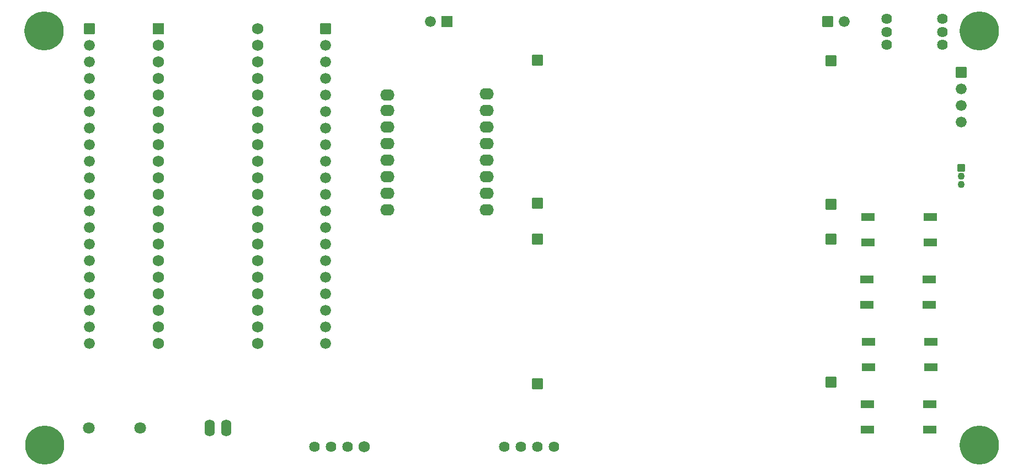
<source format=gts>
G04 Layer: TopSolderMaskLayer*
G04 EasyEDA v6.5.28, 2023-05-24 19:42:16*
G04 Gerber Generator version 0.2*
G04 Scale: 100 percent, Rotated: No, Reflected: No *
G04 Dimensions in millimeters *
G04 leading zeros omitted , absolute positions ,4 integer and 5 decimal *
%FSLAX45Y45*%
%MOMM*%

%AMMACRO1*1,1,$1,$2,$3*1,1,$1,$4,$5*1,1,$1,0-$2,0-$3*1,1,$1,0-$4,0-$5*20,1,$1,$2,$3,$4,$5,0*20,1,$1,$4,$5,0-$2,0-$3,0*20,1,$1,0-$2,0-$3,0-$4,0-$5,0*20,1,$1,0-$4,0-$5,$2,$3,0*4,1,4,$2,$3,$4,$5,0-$2,0-$3,0-$4,0-$5,$2,$3,0*%
%ADD10C,6.0000*%
%ADD11C,1.4000*%
%ADD12C,1.8016*%
%ADD13C,1.6764*%
%ADD14MACRO1,0.1016X0.7874X0.7874X0.7874X-0.7874*%
%ADD15R,1.6764X1.6764*%
%ADD16MACRO1,0.1016X-1X0.5X1X0.5*%
%ADD17O,1.6015970000000002X2.601595*%
%ADD18C,1.6256*%
%ADD19C,1.7272*%
%ADD20MACRO1,0.2032X0.762X0.762X0.762X-0.762*%
%ADD21O,2.2031959999999997X1.743202*%
%ADD22MACRO1,0.1016X0.5X0.5X0.5X-0.5*%
%ADD23C,1.1016*%

%LPD*%
D10*
G01*
X457200Y6350000D03*
D11*
G01*
X457200Y6579996D03*
G01*
X457200Y6120003D03*
G01*
X227203Y6350000D03*
G01*
X687196Y6350000D03*
G01*
X619912Y6512687D03*
G01*
X294512Y6187287D03*
G01*
X619912Y6187287D03*
G01*
X294512Y6512687D03*
D10*
G01*
X469900Y0D03*
D11*
G01*
X469900Y229996D03*
G01*
X469900Y-229996D03*
G01*
X239903Y0D03*
G01*
X699896Y0D03*
G01*
X632612Y162687D03*
G01*
X307212Y-162712D03*
G01*
X632612Y-162712D03*
G01*
X307212Y162687D03*
D10*
G01*
X14808200Y6350000D03*
D11*
G01*
X14808200Y6579996D03*
G01*
X14808200Y6120003D03*
G01*
X14578202Y6350000D03*
G01*
X15038197Y6350000D03*
G01*
X14970912Y6512687D03*
G01*
X14645513Y6187287D03*
G01*
X14970912Y6187287D03*
G01*
X14645513Y6512687D03*
D10*
G01*
X14808200Y0D03*
D11*
G01*
X14808200Y229996D03*
G01*
X14808200Y-229996D03*
G01*
X14578202Y0D03*
G01*
X15038197Y0D03*
G01*
X14970912Y162687D03*
G01*
X14645513Y-162712D03*
G01*
X14970912Y-162712D03*
G01*
X14645513Y162687D03*
D12*
G01*
X1147038Y266700D03*
G01*
X1937004Y266700D03*
D13*
G01*
X1155700Y1562100D03*
G01*
X1155700Y1816100D03*
G01*
X1155700Y2070100D03*
G01*
X1155700Y2324100D03*
G01*
X1155700Y2578100D03*
G01*
X1155700Y2832100D03*
G01*
X1155700Y3086100D03*
G01*
X1155700Y3340100D03*
G01*
X1155700Y3594100D03*
G01*
X1155700Y3848100D03*
G01*
X1155700Y4102100D03*
G01*
X1155700Y4356100D03*
G01*
X1155700Y4610100D03*
G01*
X1155700Y4864100D03*
G01*
X1155700Y5118100D03*
G01*
X1155700Y5372100D03*
G01*
X1155700Y5626100D03*
G01*
X1155700Y5880100D03*
G01*
X1155700Y6134100D03*
D14*
G01*
X1155700Y6388100D03*
D13*
G01*
X4775200Y1562100D03*
G01*
X4775200Y1816100D03*
G01*
X4775200Y2070100D03*
G01*
X4775200Y2324100D03*
G01*
X4775200Y2578100D03*
G01*
X4775200Y2832100D03*
G01*
X4775200Y3086100D03*
G01*
X4775200Y3340100D03*
G01*
X4775200Y3594100D03*
G01*
X4775200Y3848100D03*
G01*
X4775200Y4102100D03*
G01*
X4775200Y4356100D03*
G01*
X4775200Y4610100D03*
G01*
X4775200Y4864100D03*
G01*
X4775200Y5118100D03*
G01*
X4775200Y5372100D03*
G01*
X4775200Y5626100D03*
G01*
X4775200Y5880100D03*
G01*
X4775200Y6134100D03*
D14*
G01*
X4775200Y6388100D03*
G01*
X12484100Y6494780D03*
D13*
G01*
X12738100Y6494779D03*
D15*
G01*
X6642100Y6497320D03*
D13*
G01*
X6388100Y6497320D03*
D14*
G01*
X14528800Y5715000D03*
D13*
G01*
X14528800Y5461000D03*
G01*
X14528800Y5207000D03*
G01*
X14528800Y4953000D03*
D14*
G01*
X12534900Y5892800D03*
G01*
X12534900Y3695700D03*
G01*
X8026400Y5905500D03*
G01*
X8026400Y3708400D03*
G01*
X8026400Y939800D03*
G01*
X8026400Y3162300D03*
G01*
X12534900Y965200D03*
G01*
X12534900Y3162300D03*
D16*
G01*
X13092066Y626808D03*
G01*
X14052064Y626808D03*
G01*
X13092066Y236791D03*
G01*
X14052064Y236791D03*
G01*
X13109000Y1583542D03*
G01*
X14068999Y1583542D03*
G01*
X13109000Y1193525D03*
G01*
X14068999Y1193525D03*
G01*
X13083600Y2540274D03*
G01*
X14043599Y2540274D03*
G01*
X13083600Y2150257D03*
G01*
X14043599Y2150257D03*
G01*
X13100535Y3497008D03*
G01*
X14060533Y3497008D03*
G01*
X13100535Y3106991D03*
G01*
X14060533Y3106991D03*
D17*
G01*
X3251200Y266700D03*
G01*
X2997200Y266700D03*
D18*
G01*
X13392607Y6537299D03*
G01*
X13392607Y6337300D03*
G01*
X13392607Y6137300D03*
G01*
X14242592Y6537274D03*
G01*
X14242592Y6337274D03*
G01*
X14242592Y6137275D03*
D19*
G01*
X2209800Y4102100D03*
G01*
X2209800Y2578100D03*
G01*
X2209800Y2832100D03*
G01*
X2209800Y3086100D03*
G01*
X2209800Y3340100D03*
G01*
X2209800Y3594100D03*
G01*
X2209800Y3848100D03*
G01*
X2209800Y4356100D03*
G01*
X2209800Y4610100D03*
G01*
X2209800Y4864100D03*
G01*
X2209800Y5118100D03*
G01*
X2209800Y5372100D03*
G01*
X2209800Y5626100D03*
G01*
X2209800Y5880100D03*
G01*
X2209800Y6134100D03*
D20*
G01*
X2209800Y6388100D03*
D19*
G01*
X2209800Y1562100D03*
G01*
X2209800Y1816100D03*
G01*
X2209800Y2070100D03*
G01*
X2209800Y2324100D03*
G01*
X3733800Y4102100D03*
G01*
X3733800Y2578100D03*
G01*
X3733800Y2832100D03*
G01*
X3733800Y3086100D03*
G01*
X3733800Y3340100D03*
G01*
X3733800Y3594100D03*
G01*
X3733800Y3848100D03*
G01*
X3733800Y4356100D03*
G01*
X3733800Y4610100D03*
G01*
X3733800Y4864100D03*
G01*
X3733800Y5118100D03*
G01*
X3733800Y5372100D03*
G01*
X3733800Y5626100D03*
G01*
X3733800Y5880100D03*
G01*
X3733800Y6134100D03*
G01*
X3733800Y6388100D03*
G01*
X3733800Y1562100D03*
G01*
X3733800Y1816100D03*
G01*
X3733800Y2070100D03*
G01*
X3733800Y2324100D03*
D21*
G01*
X7251700Y5384800D03*
G01*
X7251700Y5130800D03*
G01*
X7251700Y4876800D03*
G01*
X7251700Y4622800D03*
G01*
X7251700Y4368800D03*
G01*
X7251700Y4114800D03*
G01*
X7251700Y3860800D03*
G01*
X7251700Y3606800D03*
G01*
X5727700Y5372100D03*
G01*
X5727700Y5130800D03*
G01*
X5727700Y4876800D03*
G01*
X5727700Y4622800D03*
G01*
X5727700Y4368800D03*
G01*
X5727700Y4114800D03*
G01*
X5727700Y3860800D03*
G01*
X5727700Y3606800D03*
D18*
G01*
X4610100Y-25400D03*
G01*
X4864100Y-25400D03*
G01*
X5118100Y-25400D03*
D19*
G01*
X5372100Y-25400D03*
D18*
G01*
X7518400Y-25400D03*
G01*
X7772400Y-25400D03*
G01*
X8026400Y-25400D03*
G01*
X8280400Y-25400D03*
D22*
G01*
X14529302Y4254500D03*
D23*
G01*
X14529308Y4127500D03*
G01*
X14529308Y4000500D03*
M02*

</source>
